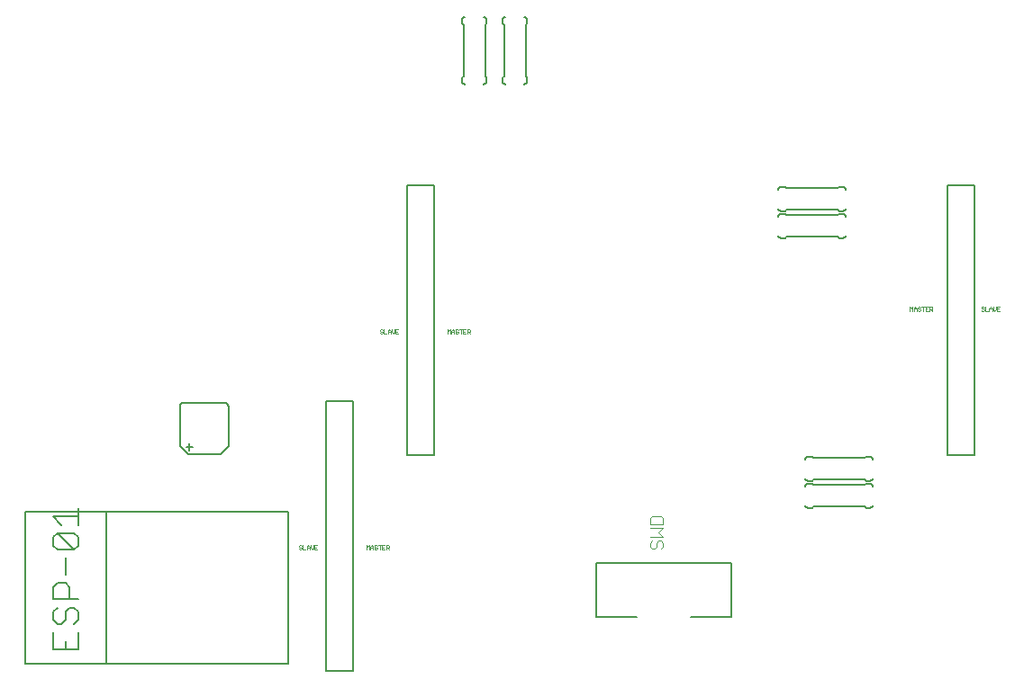
<source format=gto>
G75*
%MOIN*%
%OFA0B0*%
%FSLAX25Y25*%
%IPPOS*%
%LPD*%
%AMOC8*
5,1,8,0,0,1.08239X$1,22.5*
%
%ADD10C,0.00500*%
%ADD11C,0.00100*%
%ADD12C,0.00400*%
%ADD13C,0.00800*%
%ADD14C,0.00600*%
D10*
X0014745Y0018697D02*
X0014745Y0074947D01*
X0044745Y0074947D01*
X0044745Y0018697D01*
X0112245Y0018697D01*
X0112245Y0074947D01*
X0044745Y0074947D01*
X0044745Y0018697D02*
X0014745Y0018697D01*
X0126000Y0016000D02*
X0126000Y0116000D01*
X0136000Y0116000D01*
X0136000Y0016000D01*
X0126000Y0016000D01*
X0226000Y0036000D02*
X0241000Y0036000D01*
X0226000Y0036000D02*
X0226000Y0056000D01*
X0276000Y0056000D01*
X0276000Y0036000D01*
X0261000Y0036000D01*
X0166000Y0096000D02*
X0166000Y0196000D01*
X0156000Y0196000D01*
X0156000Y0096000D01*
X0166000Y0096000D01*
X0356000Y0096000D02*
X0366000Y0096000D01*
X0366000Y0196000D01*
X0356000Y0196000D01*
X0356000Y0096000D01*
D11*
X0350578Y0149450D02*
X0350077Y0149950D01*
X0350327Y0149950D02*
X0349577Y0149950D01*
X0349577Y0149450D02*
X0349577Y0150951D01*
X0350327Y0150951D01*
X0350578Y0150701D01*
X0350578Y0150201D01*
X0350327Y0149950D01*
X0349104Y0149450D02*
X0348103Y0149450D01*
X0348103Y0150951D01*
X0349104Y0150951D01*
X0348604Y0150201D02*
X0348103Y0150201D01*
X0347631Y0150951D02*
X0346630Y0150951D01*
X0347131Y0150951D02*
X0347131Y0149450D01*
X0346158Y0149700D02*
X0345908Y0149450D01*
X0345407Y0149450D01*
X0345157Y0149700D01*
X0344685Y0149450D02*
X0344685Y0150451D01*
X0344184Y0150951D01*
X0343684Y0150451D01*
X0343684Y0149450D01*
X0343211Y0149450D02*
X0343211Y0150951D01*
X0342711Y0150451D01*
X0342210Y0150951D01*
X0342210Y0149450D01*
X0343684Y0150201D02*
X0344685Y0150201D01*
X0345157Y0150451D02*
X0345407Y0150201D01*
X0345908Y0150201D01*
X0346158Y0149950D01*
X0346158Y0149700D01*
X0346158Y0150701D02*
X0345908Y0150951D01*
X0345407Y0150951D01*
X0345157Y0150701D01*
X0345157Y0150451D01*
X0368684Y0150451D02*
X0368934Y0150201D01*
X0369434Y0150201D01*
X0369685Y0149950D01*
X0369685Y0149700D01*
X0369434Y0149450D01*
X0368934Y0149450D01*
X0368684Y0149700D01*
X0368684Y0150451D02*
X0368684Y0150701D01*
X0368934Y0150951D01*
X0369434Y0150951D01*
X0369685Y0150701D01*
X0370157Y0150951D02*
X0370157Y0149450D01*
X0371158Y0149450D01*
X0371630Y0149450D02*
X0371630Y0150451D01*
X0372131Y0150951D01*
X0372631Y0150451D01*
X0372631Y0149450D01*
X0373103Y0149950D02*
X0373604Y0149450D01*
X0374104Y0149950D01*
X0374104Y0150951D01*
X0374577Y0150951D02*
X0374577Y0149450D01*
X0375578Y0149450D01*
X0375077Y0150201D02*
X0374577Y0150201D01*
X0374577Y0150951D02*
X0375578Y0150951D01*
X0373103Y0150951D02*
X0373103Y0149950D01*
X0372631Y0150201D02*
X0371630Y0150201D01*
X0179417Y0142301D02*
X0179417Y0141801D01*
X0179167Y0141550D01*
X0178416Y0141550D01*
X0178416Y0141050D02*
X0178416Y0142551D01*
X0179167Y0142551D01*
X0179417Y0142301D01*
X0178917Y0141550D02*
X0179417Y0141050D01*
X0177944Y0141050D02*
X0176943Y0141050D01*
X0176943Y0142551D01*
X0177944Y0142551D01*
X0177443Y0141801D02*
X0176943Y0141801D01*
X0176471Y0142551D02*
X0175470Y0142551D01*
X0175970Y0142551D02*
X0175970Y0141050D01*
X0174997Y0141300D02*
X0174747Y0141050D01*
X0174247Y0141050D01*
X0173997Y0141300D01*
X0173524Y0141050D02*
X0173524Y0142051D01*
X0173024Y0142551D01*
X0172523Y0142051D01*
X0172523Y0141050D01*
X0172051Y0141050D02*
X0172051Y0142551D01*
X0171550Y0142051D01*
X0171050Y0142551D01*
X0171050Y0141050D01*
X0172523Y0141801D02*
X0173524Y0141801D01*
X0173997Y0142051D02*
X0174247Y0141801D01*
X0174747Y0141801D01*
X0174997Y0141550D01*
X0174997Y0141300D01*
X0174997Y0142301D02*
X0174747Y0142551D01*
X0174247Y0142551D01*
X0173997Y0142301D01*
X0173997Y0142051D01*
X0152944Y0142551D02*
X0151943Y0142551D01*
X0151943Y0141050D01*
X0152944Y0141050D01*
X0152443Y0141801D02*
X0151943Y0141801D01*
X0151471Y0141550D02*
X0150970Y0141050D01*
X0150470Y0141550D01*
X0150470Y0142551D01*
X0149997Y0142051D02*
X0149997Y0141050D01*
X0149997Y0141801D02*
X0148997Y0141801D01*
X0148997Y0142051D02*
X0149497Y0142551D01*
X0149997Y0142051D01*
X0148997Y0142051D02*
X0148997Y0141050D01*
X0148524Y0141050D02*
X0147523Y0141050D01*
X0147523Y0142551D01*
X0147051Y0142301D02*
X0146801Y0142551D01*
X0146300Y0142551D01*
X0146050Y0142301D01*
X0146050Y0142051D01*
X0146300Y0141801D01*
X0146801Y0141801D01*
X0147051Y0141550D01*
X0147051Y0141300D01*
X0146801Y0141050D01*
X0146300Y0141050D01*
X0146050Y0141300D01*
X0151471Y0141550D02*
X0151471Y0142551D01*
X0149167Y0062551D02*
X0149417Y0062301D01*
X0149417Y0061801D01*
X0149167Y0061550D01*
X0148416Y0061550D01*
X0148416Y0061050D02*
X0148416Y0062551D01*
X0149167Y0062551D01*
X0148917Y0061550D02*
X0149417Y0061050D01*
X0147944Y0061050D02*
X0146943Y0061050D01*
X0146943Y0062551D01*
X0147944Y0062551D01*
X0147443Y0061801D02*
X0146943Y0061801D01*
X0146471Y0062551D02*
X0145470Y0062551D01*
X0145970Y0062551D02*
X0145970Y0061050D01*
X0144997Y0061300D02*
X0144747Y0061050D01*
X0144247Y0061050D01*
X0143997Y0061300D01*
X0143524Y0061050D02*
X0143524Y0062051D01*
X0143024Y0062551D01*
X0142523Y0062051D01*
X0142523Y0061050D01*
X0142051Y0061050D02*
X0142051Y0062551D01*
X0141550Y0062051D01*
X0141050Y0062551D01*
X0141050Y0061050D01*
X0142523Y0061801D02*
X0143524Y0061801D01*
X0143997Y0062051D02*
X0144247Y0061801D01*
X0144747Y0061801D01*
X0144997Y0061550D01*
X0144997Y0061300D01*
X0144997Y0062301D02*
X0144747Y0062551D01*
X0144247Y0062551D01*
X0143997Y0062301D01*
X0143997Y0062051D01*
X0122944Y0062551D02*
X0121943Y0062551D01*
X0121943Y0061050D01*
X0122944Y0061050D01*
X0122443Y0061801D02*
X0121943Y0061801D01*
X0121471Y0061550D02*
X0121471Y0062551D01*
X0121471Y0061550D02*
X0120970Y0061050D01*
X0120470Y0061550D01*
X0120470Y0062551D01*
X0119997Y0062051D02*
X0119997Y0061050D01*
X0119997Y0061801D02*
X0118997Y0061801D01*
X0118997Y0062051D02*
X0119497Y0062551D01*
X0119997Y0062051D01*
X0118997Y0062051D02*
X0118997Y0061050D01*
X0118524Y0061050D02*
X0117523Y0061050D01*
X0117523Y0062551D01*
X0117051Y0062301D02*
X0116801Y0062551D01*
X0116300Y0062551D01*
X0116050Y0062301D01*
X0116050Y0062051D01*
X0116300Y0061801D01*
X0116801Y0061801D01*
X0117051Y0061550D01*
X0117051Y0061300D01*
X0116801Y0061050D01*
X0116300Y0061050D01*
X0116050Y0061300D01*
D12*
X0246196Y0061967D02*
X0246963Y0061200D01*
X0247731Y0061200D01*
X0248498Y0061967D01*
X0248498Y0063502D01*
X0249265Y0064269D01*
X0250033Y0064269D01*
X0250800Y0063502D01*
X0250800Y0061967D01*
X0250033Y0061200D01*
X0246196Y0061967D02*
X0246196Y0063502D01*
X0246963Y0064269D01*
X0246196Y0065804D02*
X0250800Y0065804D01*
X0249265Y0067339D01*
X0250800Y0068873D01*
X0246196Y0068873D01*
X0246196Y0070408D02*
X0246196Y0072710D01*
X0246963Y0073477D01*
X0250033Y0073477D01*
X0250800Y0072710D01*
X0250800Y0070408D01*
X0246196Y0070408D01*
D13*
X0034345Y0070136D02*
X0034345Y0076275D01*
X0034345Y0073205D02*
X0025137Y0073205D01*
X0028207Y0070136D01*
X0026672Y0067067D02*
X0032811Y0060928D01*
X0034345Y0062463D01*
X0034345Y0065532D01*
X0032811Y0067067D01*
X0026672Y0067067D01*
X0025137Y0065532D01*
X0025137Y0062463D01*
X0026672Y0060928D01*
X0032811Y0060928D01*
X0029741Y0057859D02*
X0029741Y0051720D01*
X0029741Y0048651D02*
X0031276Y0047117D01*
X0031276Y0042513D01*
X0034345Y0042513D02*
X0025137Y0042513D01*
X0025137Y0047117D01*
X0026672Y0048651D01*
X0029741Y0048651D01*
X0031276Y0039443D02*
X0032811Y0039443D01*
X0034345Y0037909D01*
X0034345Y0034839D01*
X0032811Y0033305D01*
X0029741Y0034839D02*
X0029741Y0037909D01*
X0031276Y0039443D01*
X0026672Y0039443D02*
X0025137Y0037909D01*
X0025137Y0034839D01*
X0026672Y0033305D01*
X0028207Y0033305D01*
X0029741Y0034839D01*
X0025137Y0030235D02*
X0025137Y0024097D01*
X0034345Y0024097D01*
X0034345Y0030235D01*
X0029741Y0027166D02*
X0029741Y0024097D01*
D14*
X0075000Y0096500D02*
X0087000Y0096500D01*
X0090000Y0099500D01*
X0090000Y0114000D01*
X0089998Y0114076D01*
X0089992Y0114152D01*
X0089983Y0114227D01*
X0089969Y0114302D01*
X0089952Y0114376D01*
X0089931Y0114449D01*
X0089907Y0114521D01*
X0089878Y0114592D01*
X0089847Y0114661D01*
X0089812Y0114728D01*
X0089773Y0114793D01*
X0089731Y0114857D01*
X0089686Y0114918D01*
X0089638Y0114977D01*
X0089587Y0115033D01*
X0089533Y0115087D01*
X0089477Y0115138D01*
X0089418Y0115186D01*
X0089357Y0115231D01*
X0089293Y0115273D01*
X0089228Y0115312D01*
X0089161Y0115347D01*
X0089092Y0115378D01*
X0089021Y0115407D01*
X0088949Y0115431D01*
X0088876Y0115452D01*
X0088802Y0115469D01*
X0088727Y0115483D01*
X0088652Y0115492D01*
X0088576Y0115498D01*
X0088500Y0115500D01*
X0073500Y0115500D01*
X0073424Y0115498D01*
X0073348Y0115492D01*
X0073273Y0115483D01*
X0073198Y0115469D01*
X0073124Y0115452D01*
X0073051Y0115431D01*
X0072979Y0115407D01*
X0072908Y0115378D01*
X0072839Y0115347D01*
X0072772Y0115312D01*
X0072707Y0115273D01*
X0072643Y0115231D01*
X0072582Y0115186D01*
X0072523Y0115138D01*
X0072467Y0115087D01*
X0072413Y0115033D01*
X0072362Y0114977D01*
X0072314Y0114918D01*
X0072269Y0114857D01*
X0072227Y0114793D01*
X0072188Y0114728D01*
X0072153Y0114661D01*
X0072122Y0114592D01*
X0072093Y0114521D01*
X0072069Y0114449D01*
X0072048Y0114376D01*
X0072031Y0114302D01*
X0072017Y0114227D01*
X0072008Y0114152D01*
X0072002Y0114076D01*
X0072000Y0114000D01*
X0072000Y0099500D01*
X0075000Y0096500D01*
X0075600Y0097700D02*
X0075600Y0100300D01*
X0074400Y0099000D02*
X0076900Y0099000D01*
X0176500Y0234500D02*
X0176500Y0236000D01*
X0177000Y0236500D01*
X0177000Y0255500D01*
X0176500Y0256000D01*
X0176500Y0257500D01*
X0176502Y0257560D01*
X0176507Y0257621D01*
X0176516Y0257680D01*
X0176529Y0257739D01*
X0176545Y0257798D01*
X0176565Y0257855D01*
X0176588Y0257910D01*
X0176615Y0257965D01*
X0176644Y0258017D01*
X0176677Y0258068D01*
X0176713Y0258117D01*
X0176751Y0258163D01*
X0176793Y0258207D01*
X0176837Y0258249D01*
X0176883Y0258287D01*
X0176932Y0258323D01*
X0176983Y0258356D01*
X0177035Y0258385D01*
X0177090Y0258412D01*
X0177145Y0258435D01*
X0177202Y0258455D01*
X0177261Y0258471D01*
X0177320Y0258484D01*
X0177379Y0258493D01*
X0177440Y0258498D01*
X0177500Y0258500D01*
X0184500Y0258500D02*
X0184560Y0258498D01*
X0184621Y0258493D01*
X0184680Y0258484D01*
X0184739Y0258471D01*
X0184798Y0258455D01*
X0184855Y0258435D01*
X0184910Y0258412D01*
X0184965Y0258385D01*
X0185017Y0258356D01*
X0185068Y0258323D01*
X0185117Y0258287D01*
X0185163Y0258249D01*
X0185207Y0258207D01*
X0185249Y0258163D01*
X0185287Y0258117D01*
X0185323Y0258068D01*
X0185356Y0258017D01*
X0185385Y0257965D01*
X0185412Y0257910D01*
X0185435Y0257855D01*
X0185455Y0257798D01*
X0185471Y0257739D01*
X0185484Y0257680D01*
X0185493Y0257621D01*
X0185498Y0257560D01*
X0185500Y0257500D01*
X0185500Y0256000D01*
X0185000Y0255500D01*
X0185000Y0236500D01*
X0185500Y0236000D01*
X0185500Y0234500D01*
X0185498Y0234440D01*
X0185493Y0234379D01*
X0185484Y0234320D01*
X0185471Y0234261D01*
X0185455Y0234202D01*
X0185435Y0234145D01*
X0185412Y0234090D01*
X0185385Y0234035D01*
X0185356Y0233983D01*
X0185323Y0233932D01*
X0185287Y0233883D01*
X0185249Y0233837D01*
X0185207Y0233793D01*
X0185163Y0233751D01*
X0185117Y0233713D01*
X0185068Y0233677D01*
X0185017Y0233644D01*
X0184965Y0233615D01*
X0184910Y0233588D01*
X0184855Y0233565D01*
X0184798Y0233545D01*
X0184739Y0233529D01*
X0184680Y0233516D01*
X0184621Y0233507D01*
X0184560Y0233502D01*
X0184500Y0233500D01*
X0177500Y0233500D02*
X0177440Y0233502D01*
X0177379Y0233507D01*
X0177320Y0233516D01*
X0177261Y0233529D01*
X0177202Y0233545D01*
X0177145Y0233565D01*
X0177090Y0233588D01*
X0177035Y0233615D01*
X0176983Y0233644D01*
X0176932Y0233677D01*
X0176883Y0233713D01*
X0176837Y0233751D01*
X0176793Y0233793D01*
X0176751Y0233837D01*
X0176713Y0233883D01*
X0176677Y0233932D01*
X0176644Y0233983D01*
X0176615Y0234035D01*
X0176588Y0234090D01*
X0176565Y0234145D01*
X0176545Y0234202D01*
X0176529Y0234261D01*
X0176516Y0234320D01*
X0176507Y0234379D01*
X0176502Y0234440D01*
X0176500Y0234500D01*
X0191500Y0234500D02*
X0191500Y0236000D01*
X0192000Y0236500D01*
X0192000Y0255500D01*
X0191500Y0256000D01*
X0191500Y0257500D01*
X0191502Y0257560D01*
X0191507Y0257621D01*
X0191516Y0257680D01*
X0191529Y0257739D01*
X0191545Y0257798D01*
X0191565Y0257855D01*
X0191588Y0257910D01*
X0191615Y0257965D01*
X0191644Y0258017D01*
X0191677Y0258068D01*
X0191713Y0258117D01*
X0191751Y0258163D01*
X0191793Y0258207D01*
X0191837Y0258249D01*
X0191883Y0258287D01*
X0191932Y0258323D01*
X0191983Y0258356D01*
X0192035Y0258385D01*
X0192090Y0258412D01*
X0192145Y0258435D01*
X0192202Y0258455D01*
X0192261Y0258471D01*
X0192320Y0258484D01*
X0192379Y0258493D01*
X0192440Y0258498D01*
X0192500Y0258500D01*
X0199500Y0258500D02*
X0199560Y0258498D01*
X0199621Y0258493D01*
X0199680Y0258484D01*
X0199739Y0258471D01*
X0199798Y0258455D01*
X0199855Y0258435D01*
X0199910Y0258412D01*
X0199965Y0258385D01*
X0200017Y0258356D01*
X0200068Y0258323D01*
X0200117Y0258287D01*
X0200163Y0258249D01*
X0200207Y0258207D01*
X0200249Y0258163D01*
X0200287Y0258117D01*
X0200323Y0258068D01*
X0200356Y0258017D01*
X0200385Y0257965D01*
X0200412Y0257910D01*
X0200435Y0257855D01*
X0200455Y0257798D01*
X0200471Y0257739D01*
X0200484Y0257680D01*
X0200493Y0257621D01*
X0200498Y0257560D01*
X0200500Y0257500D01*
X0200500Y0256000D01*
X0200000Y0255500D01*
X0200000Y0236500D01*
X0200500Y0236000D01*
X0200500Y0234500D01*
X0200498Y0234440D01*
X0200493Y0234379D01*
X0200484Y0234320D01*
X0200471Y0234261D01*
X0200455Y0234202D01*
X0200435Y0234145D01*
X0200412Y0234090D01*
X0200385Y0234035D01*
X0200356Y0233983D01*
X0200323Y0233932D01*
X0200287Y0233883D01*
X0200249Y0233837D01*
X0200207Y0233793D01*
X0200163Y0233751D01*
X0200117Y0233713D01*
X0200068Y0233677D01*
X0200017Y0233644D01*
X0199965Y0233615D01*
X0199910Y0233588D01*
X0199855Y0233565D01*
X0199798Y0233545D01*
X0199739Y0233529D01*
X0199680Y0233516D01*
X0199621Y0233507D01*
X0199560Y0233502D01*
X0199500Y0233500D01*
X0192500Y0233500D02*
X0192440Y0233502D01*
X0192379Y0233507D01*
X0192320Y0233516D01*
X0192261Y0233529D01*
X0192202Y0233545D01*
X0192145Y0233565D01*
X0192090Y0233588D01*
X0192035Y0233615D01*
X0191983Y0233644D01*
X0191932Y0233677D01*
X0191883Y0233713D01*
X0191837Y0233751D01*
X0191793Y0233793D01*
X0191751Y0233837D01*
X0191713Y0233883D01*
X0191677Y0233932D01*
X0191644Y0233983D01*
X0191615Y0234035D01*
X0191588Y0234090D01*
X0191565Y0234145D01*
X0191545Y0234202D01*
X0191529Y0234261D01*
X0191516Y0234320D01*
X0191507Y0234379D01*
X0191502Y0234440D01*
X0191500Y0234500D01*
X0294500Y0195500D02*
X0296000Y0195500D01*
X0296500Y0195000D01*
X0315500Y0195000D01*
X0316000Y0195500D01*
X0317500Y0195500D01*
X0317560Y0195498D01*
X0317621Y0195493D01*
X0317680Y0195484D01*
X0317739Y0195471D01*
X0317798Y0195455D01*
X0317855Y0195435D01*
X0317910Y0195412D01*
X0317965Y0195385D01*
X0318017Y0195356D01*
X0318068Y0195323D01*
X0318117Y0195287D01*
X0318163Y0195249D01*
X0318207Y0195207D01*
X0318249Y0195163D01*
X0318287Y0195117D01*
X0318323Y0195068D01*
X0318356Y0195017D01*
X0318385Y0194965D01*
X0318412Y0194910D01*
X0318435Y0194855D01*
X0318455Y0194798D01*
X0318471Y0194739D01*
X0318484Y0194680D01*
X0318493Y0194621D01*
X0318498Y0194560D01*
X0318500Y0194500D01*
X0318500Y0187500D02*
X0318498Y0187440D01*
X0318493Y0187379D01*
X0318484Y0187320D01*
X0318471Y0187261D01*
X0318455Y0187202D01*
X0318435Y0187145D01*
X0318412Y0187090D01*
X0318385Y0187035D01*
X0318356Y0186983D01*
X0318323Y0186932D01*
X0318287Y0186883D01*
X0318249Y0186837D01*
X0318207Y0186793D01*
X0318163Y0186751D01*
X0318117Y0186713D01*
X0318068Y0186677D01*
X0318017Y0186644D01*
X0317965Y0186615D01*
X0317910Y0186588D01*
X0317855Y0186565D01*
X0317798Y0186545D01*
X0317739Y0186529D01*
X0317680Y0186516D01*
X0317621Y0186507D01*
X0317560Y0186502D01*
X0317500Y0186500D01*
X0316000Y0186500D01*
X0315500Y0187000D01*
X0296500Y0187000D01*
X0296000Y0186500D01*
X0294500Y0186500D01*
X0294440Y0186502D01*
X0294379Y0186507D01*
X0294320Y0186516D01*
X0294261Y0186529D01*
X0294202Y0186545D01*
X0294145Y0186565D01*
X0294090Y0186588D01*
X0294035Y0186615D01*
X0293983Y0186644D01*
X0293932Y0186677D01*
X0293883Y0186713D01*
X0293837Y0186751D01*
X0293793Y0186793D01*
X0293751Y0186837D01*
X0293713Y0186883D01*
X0293677Y0186932D01*
X0293644Y0186983D01*
X0293615Y0187035D01*
X0293588Y0187090D01*
X0293565Y0187145D01*
X0293545Y0187202D01*
X0293529Y0187261D01*
X0293516Y0187320D01*
X0293507Y0187379D01*
X0293502Y0187440D01*
X0293500Y0187500D01*
X0294500Y0185500D02*
X0296000Y0185500D01*
X0296500Y0185000D01*
X0315500Y0185000D01*
X0316000Y0185500D01*
X0317500Y0185500D01*
X0317560Y0185498D01*
X0317621Y0185493D01*
X0317680Y0185484D01*
X0317739Y0185471D01*
X0317798Y0185455D01*
X0317855Y0185435D01*
X0317910Y0185412D01*
X0317965Y0185385D01*
X0318017Y0185356D01*
X0318068Y0185323D01*
X0318117Y0185287D01*
X0318163Y0185249D01*
X0318207Y0185207D01*
X0318249Y0185163D01*
X0318287Y0185117D01*
X0318323Y0185068D01*
X0318356Y0185017D01*
X0318385Y0184965D01*
X0318412Y0184910D01*
X0318435Y0184855D01*
X0318455Y0184798D01*
X0318471Y0184739D01*
X0318484Y0184680D01*
X0318493Y0184621D01*
X0318498Y0184560D01*
X0318500Y0184500D01*
X0318500Y0177500D02*
X0318498Y0177440D01*
X0318493Y0177379D01*
X0318484Y0177320D01*
X0318471Y0177261D01*
X0318455Y0177202D01*
X0318435Y0177145D01*
X0318412Y0177090D01*
X0318385Y0177035D01*
X0318356Y0176983D01*
X0318323Y0176932D01*
X0318287Y0176883D01*
X0318249Y0176837D01*
X0318207Y0176793D01*
X0318163Y0176751D01*
X0318117Y0176713D01*
X0318068Y0176677D01*
X0318017Y0176644D01*
X0317965Y0176615D01*
X0317910Y0176588D01*
X0317855Y0176565D01*
X0317798Y0176545D01*
X0317739Y0176529D01*
X0317680Y0176516D01*
X0317621Y0176507D01*
X0317560Y0176502D01*
X0317500Y0176500D01*
X0316000Y0176500D01*
X0315500Y0177000D01*
X0296500Y0177000D01*
X0296000Y0176500D01*
X0294500Y0176500D01*
X0294440Y0176502D01*
X0294379Y0176507D01*
X0294320Y0176516D01*
X0294261Y0176529D01*
X0294202Y0176545D01*
X0294145Y0176565D01*
X0294090Y0176588D01*
X0294035Y0176615D01*
X0293983Y0176644D01*
X0293932Y0176677D01*
X0293883Y0176713D01*
X0293837Y0176751D01*
X0293793Y0176793D01*
X0293751Y0176837D01*
X0293713Y0176883D01*
X0293677Y0176932D01*
X0293644Y0176983D01*
X0293615Y0177035D01*
X0293588Y0177090D01*
X0293565Y0177145D01*
X0293545Y0177202D01*
X0293529Y0177261D01*
X0293516Y0177320D01*
X0293507Y0177379D01*
X0293502Y0177440D01*
X0293500Y0177500D01*
X0293500Y0184500D02*
X0293502Y0184560D01*
X0293507Y0184621D01*
X0293516Y0184680D01*
X0293529Y0184739D01*
X0293545Y0184798D01*
X0293565Y0184855D01*
X0293588Y0184910D01*
X0293615Y0184965D01*
X0293644Y0185017D01*
X0293677Y0185068D01*
X0293713Y0185117D01*
X0293751Y0185163D01*
X0293793Y0185207D01*
X0293837Y0185249D01*
X0293883Y0185287D01*
X0293932Y0185323D01*
X0293983Y0185356D01*
X0294035Y0185385D01*
X0294090Y0185412D01*
X0294145Y0185435D01*
X0294202Y0185455D01*
X0294261Y0185471D01*
X0294320Y0185484D01*
X0294379Y0185493D01*
X0294440Y0185498D01*
X0294500Y0185500D01*
X0293500Y0194500D02*
X0293502Y0194560D01*
X0293507Y0194621D01*
X0293516Y0194680D01*
X0293529Y0194739D01*
X0293545Y0194798D01*
X0293565Y0194855D01*
X0293588Y0194910D01*
X0293615Y0194965D01*
X0293644Y0195017D01*
X0293677Y0195068D01*
X0293713Y0195117D01*
X0293751Y0195163D01*
X0293793Y0195207D01*
X0293837Y0195249D01*
X0293883Y0195287D01*
X0293932Y0195323D01*
X0293983Y0195356D01*
X0294035Y0195385D01*
X0294090Y0195412D01*
X0294145Y0195435D01*
X0294202Y0195455D01*
X0294261Y0195471D01*
X0294320Y0195484D01*
X0294379Y0195493D01*
X0294440Y0195498D01*
X0294500Y0195500D01*
X0304500Y0095500D02*
X0306000Y0095500D01*
X0306500Y0095000D01*
X0325500Y0095000D01*
X0326000Y0095500D01*
X0327500Y0095500D01*
X0327560Y0095498D01*
X0327621Y0095493D01*
X0327680Y0095484D01*
X0327739Y0095471D01*
X0327798Y0095455D01*
X0327855Y0095435D01*
X0327910Y0095412D01*
X0327965Y0095385D01*
X0328017Y0095356D01*
X0328068Y0095323D01*
X0328117Y0095287D01*
X0328163Y0095249D01*
X0328207Y0095207D01*
X0328249Y0095163D01*
X0328287Y0095117D01*
X0328323Y0095068D01*
X0328356Y0095017D01*
X0328385Y0094965D01*
X0328412Y0094910D01*
X0328435Y0094855D01*
X0328455Y0094798D01*
X0328471Y0094739D01*
X0328484Y0094680D01*
X0328493Y0094621D01*
X0328498Y0094560D01*
X0328500Y0094500D01*
X0328500Y0087500D02*
X0328498Y0087440D01*
X0328493Y0087379D01*
X0328484Y0087320D01*
X0328471Y0087261D01*
X0328455Y0087202D01*
X0328435Y0087145D01*
X0328412Y0087090D01*
X0328385Y0087035D01*
X0328356Y0086983D01*
X0328323Y0086932D01*
X0328287Y0086883D01*
X0328249Y0086837D01*
X0328207Y0086793D01*
X0328163Y0086751D01*
X0328117Y0086713D01*
X0328068Y0086677D01*
X0328017Y0086644D01*
X0327965Y0086615D01*
X0327910Y0086588D01*
X0327855Y0086565D01*
X0327798Y0086545D01*
X0327739Y0086529D01*
X0327680Y0086516D01*
X0327621Y0086507D01*
X0327560Y0086502D01*
X0327500Y0086500D01*
X0326000Y0086500D01*
X0325500Y0087000D01*
X0306500Y0087000D01*
X0306000Y0086500D01*
X0304500Y0086500D01*
X0304440Y0086502D01*
X0304379Y0086507D01*
X0304320Y0086516D01*
X0304261Y0086529D01*
X0304202Y0086545D01*
X0304145Y0086565D01*
X0304090Y0086588D01*
X0304035Y0086615D01*
X0303983Y0086644D01*
X0303932Y0086677D01*
X0303883Y0086713D01*
X0303837Y0086751D01*
X0303793Y0086793D01*
X0303751Y0086837D01*
X0303713Y0086883D01*
X0303677Y0086932D01*
X0303644Y0086983D01*
X0303615Y0087035D01*
X0303588Y0087090D01*
X0303565Y0087145D01*
X0303545Y0087202D01*
X0303529Y0087261D01*
X0303516Y0087320D01*
X0303507Y0087379D01*
X0303502Y0087440D01*
X0303500Y0087500D01*
X0304500Y0085500D02*
X0306000Y0085500D01*
X0306500Y0085000D01*
X0325500Y0085000D01*
X0326000Y0085500D01*
X0327500Y0085500D01*
X0327560Y0085498D01*
X0327621Y0085493D01*
X0327680Y0085484D01*
X0327739Y0085471D01*
X0327798Y0085455D01*
X0327855Y0085435D01*
X0327910Y0085412D01*
X0327965Y0085385D01*
X0328017Y0085356D01*
X0328068Y0085323D01*
X0328117Y0085287D01*
X0328163Y0085249D01*
X0328207Y0085207D01*
X0328249Y0085163D01*
X0328287Y0085117D01*
X0328323Y0085068D01*
X0328356Y0085017D01*
X0328385Y0084965D01*
X0328412Y0084910D01*
X0328435Y0084855D01*
X0328455Y0084798D01*
X0328471Y0084739D01*
X0328484Y0084680D01*
X0328493Y0084621D01*
X0328498Y0084560D01*
X0328500Y0084500D01*
X0328500Y0077500D02*
X0328498Y0077440D01*
X0328493Y0077379D01*
X0328484Y0077320D01*
X0328471Y0077261D01*
X0328455Y0077202D01*
X0328435Y0077145D01*
X0328412Y0077090D01*
X0328385Y0077035D01*
X0328356Y0076983D01*
X0328323Y0076932D01*
X0328287Y0076883D01*
X0328249Y0076837D01*
X0328207Y0076793D01*
X0328163Y0076751D01*
X0328117Y0076713D01*
X0328068Y0076677D01*
X0328017Y0076644D01*
X0327965Y0076615D01*
X0327910Y0076588D01*
X0327855Y0076565D01*
X0327798Y0076545D01*
X0327739Y0076529D01*
X0327680Y0076516D01*
X0327621Y0076507D01*
X0327560Y0076502D01*
X0327500Y0076500D01*
X0326000Y0076500D01*
X0325500Y0077000D01*
X0306500Y0077000D01*
X0306000Y0076500D01*
X0304500Y0076500D01*
X0304440Y0076502D01*
X0304379Y0076507D01*
X0304320Y0076516D01*
X0304261Y0076529D01*
X0304202Y0076545D01*
X0304145Y0076565D01*
X0304090Y0076588D01*
X0304035Y0076615D01*
X0303983Y0076644D01*
X0303932Y0076677D01*
X0303883Y0076713D01*
X0303837Y0076751D01*
X0303793Y0076793D01*
X0303751Y0076837D01*
X0303713Y0076883D01*
X0303677Y0076932D01*
X0303644Y0076983D01*
X0303615Y0077035D01*
X0303588Y0077090D01*
X0303565Y0077145D01*
X0303545Y0077202D01*
X0303529Y0077261D01*
X0303516Y0077320D01*
X0303507Y0077379D01*
X0303502Y0077440D01*
X0303500Y0077500D01*
X0303500Y0084500D02*
X0303502Y0084560D01*
X0303507Y0084621D01*
X0303516Y0084680D01*
X0303529Y0084739D01*
X0303545Y0084798D01*
X0303565Y0084855D01*
X0303588Y0084910D01*
X0303615Y0084965D01*
X0303644Y0085017D01*
X0303677Y0085068D01*
X0303713Y0085117D01*
X0303751Y0085163D01*
X0303793Y0085207D01*
X0303837Y0085249D01*
X0303883Y0085287D01*
X0303932Y0085323D01*
X0303983Y0085356D01*
X0304035Y0085385D01*
X0304090Y0085412D01*
X0304145Y0085435D01*
X0304202Y0085455D01*
X0304261Y0085471D01*
X0304320Y0085484D01*
X0304379Y0085493D01*
X0304440Y0085498D01*
X0304500Y0085500D01*
X0303500Y0094500D02*
X0303502Y0094560D01*
X0303507Y0094621D01*
X0303516Y0094680D01*
X0303529Y0094739D01*
X0303545Y0094798D01*
X0303565Y0094855D01*
X0303588Y0094910D01*
X0303615Y0094965D01*
X0303644Y0095017D01*
X0303677Y0095068D01*
X0303713Y0095117D01*
X0303751Y0095163D01*
X0303793Y0095207D01*
X0303837Y0095249D01*
X0303883Y0095287D01*
X0303932Y0095323D01*
X0303983Y0095356D01*
X0304035Y0095385D01*
X0304090Y0095412D01*
X0304145Y0095435D01*
X0304202Y0095455D01*
X0304261Y0095471D01*
X0304320Y0095484D01*
X0304379Y0095493D01*
X0304440Y0095498D01*
X0304500Y0095500D01*
M02*

</source>
